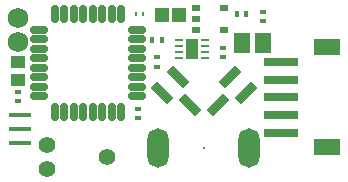
<source format=gts>
G04*
G04 #@! TF.GenerationSoftware,Altium Limited,Altium Designer,21.6.4 (81)*
G04*
G04 Layer_Color=8388736*
%FSLAX44Y44*%
%MOMM*%
G71*
G04*
G04 #@! TF.SameCoordinates,886655C1-92EC-40BA-A99E-831138A1A13E*
G04*
G04*
G04 #@! TF.FilePolarity,Negative*
G04*
G01*
G75*
%ADD15O,0.7532X1.5532*%
%ADD16O,1.5532X0.7532*%
%ADD17R,2.2098X1.3970*%
%ADD18R,2.9972X0.7112*%
G04:AMPARAMS|DCode=19|XSize=0.7532mm|YSize=2.0032mm|CornerRadius=0mm|HoleSize=0mm|Usage=FLASHONLY|Rotation=315.000|XOffset=0mm|YOffset=0mm|HoleType=Round|Shape=Rectangle|*
%AMROTATEDRECTD19*
4,1,4,-0.9745,-0.4419,0.4419,0.9745,0.9745,0.4419,-0.4419,-0.9745,-0.9745,-0.4419,0.0*
%
%ADD19ROTATEDRECTD19*%

%ADD20R,0.8000X0.5500*%
%ADD21R,1.3532X1.6532*%
%ADD22R,0.5000X0.4000*%
%ADD23R,0.4000X0.5000*%
%ADD24R,0.6350X0.2500*%
%ADD25R,1.0000X1.7000*%
G04:AMPARAMS|DCode=26|XSize=0.7532mm|YSize=2.0032mm|CornerRadius=0mm|HoleSize=0mm|Usage=FLASHONLY|Rotation=45.000|XOffset=0mm|YOffset=0mm|HoleType=Round|Shape=Rectangle|*
%AMROTATEDRECTD26*
4,1,4,0.4419,-0.9745,-0.9745,0.4419,-0.4419,0.9745,0.9745,-0.4419,0.4419,-0.9745,0.0*
%
%ADD26ROTATEDRECTD26*%

%ADD27R,1.2032X1.3032*%
%ADD28R,1.9000X0.4000*%
%ADD29R,1.3082X1.0057*%
%ADD30R,0.2500X0.3000*%
%ADD31C,1.7272*%
%ADD32C,0.2032*%
G04:AMPARAMS|DCode=33|XSize=1.8232mm|YSize=3.3432mm|CornerRadius=0.9116mm|HoleSize=0mm|Usage=FLASHONLY|Rotation=180.000|XOffset=0mm|YOffset=0mm|HoleType=Round|Shape=RoundedRectangle|*
%AMROUNDEDRECTD33*
21,1,1.8232,1.5200,0,0,180.0*
21,1,0.0000,3.3432,0,0,180.0*
1,1,1.8232,0.0000,0.7600*
1,1,1.8232,0.0000,0.7600*
1,1,1.8232,0.0000,-0.7600*
1,1,1.8232,0.0000,-0.7600*
%
%ADD33ROUNDEDRECTD33*%
%ADD34C,1.4224*%
D15*
X42358Y144370D02*
D03*
X50358D02*
D03*
X58358D02*
D03*
X66358D02*
D03*
X74358D02*
D03*
X82358D02*
D03*
X90358D02*
D03*
X98358D02*
D03*
Y61370D02*
D03*
X90358D02*
D03*
X82358D02*
D03*
X74358D02*
D03*
X66358D02*
D03*
X58358D02*
D03*
X50358D02*
D03*
X42358D02*
D03*
D16*
X111858Y122870D02*
D03*
Y114870D02*
D03*
Y106870D02*
D03*
Y98870D02*
D03*
Y90870D02*
D03*
Y82870D02*
D03*
Y74870D02*
D03*
X28858D02*
D03*
Y82870D02*
D03*
Y90870D02*
D03*
Y98870D02*
D03*
Y106870D02*
D03*
Y114870D02*
D03*
Y122870D02*
D03*
Y130870D02*
D03*
X111858D02*
D03*
D17*
X272446Y31414D02*
D03*
Y116414D02*
D03*
D18*
X233426Y43914D02*
D03*
Y58914D02*
D03*
Y73914D02*
D03*
Y88914D02*
D03*
Y103914D02*
D03*
D19*
X180086Y67056D02*
D03*
X190339Y90744D02*
D03*
X203774Y77309D02*
D03*
D20*
X161798Y149810D02*
D03*
X185798D02*
D03*
X161798Y140310D02*
D03*
Y130810D02*
D03*
X185798D02*
D03*
D21*
X201054Y119634D02*
D03*
X218554D02*
D03*
D22*
X129032Y99632D02*
D03*
Y107632D02*
D03*
X112840Y56198D02*
D03*
Y64198D02*
D03*
X184404Y108014D02*
D03*
Y116014D02*
D03*
X218186Y138240D02*
D03*
Y146240D02*
D03*
X10668Y78358D02*
D03*
Y70358D02*
D03*
D23*
X132588Y122174D02*
D03*
X124588D02*
D03*
X204152Y144526D02*
D03*
X196152D02*
D03*
D24*
X147567Y107428D02*
D03*
X168917D02*
D03*
X147567Y112428D02*
D03*
Y117428D02*
D03*
Y122428D02*
D03*
X168917Y112428D02*
D03*
Y117428D02*
D03*
Y122428D02*
D03*
D25*
X158242Y114808D02*
D03*
D26*
X156464Y67056D02*
D03*
X132776Y77309D02*
D03*
X146211Y90744D02*
D03*
D27*
X133208Y143510D02*
D03*
X147208D02*
D03*
D28*
X12954Y58798D02*
D03*
Y46798D02*
D03*
Y34798D02*
D03*
D29*
X10668Y88900D02*
D03*
Y103425D02*
D03*
D30*
X110840Y144272D02*
D03*
X116840D02*
D03*
D31*
X11430Y140716D02*
D03*
Y120716D02*
D03*
D32*
X168402Y30734D02*
D03*
D33*
X129902D02*
D03*
X206902D02*
D03*
D34*
X35306Y33274D02*
D03*
Y12954D02*
D03*
X86106Y23114D02*
D03*
M02*

</source>
